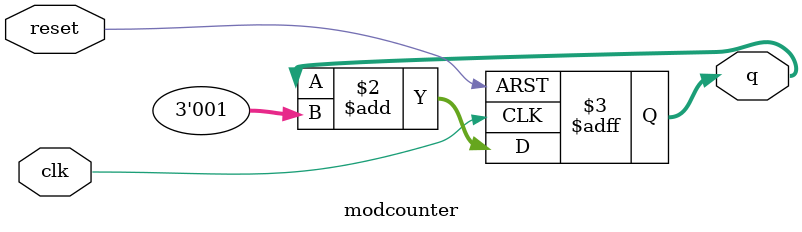
<source format=v>
`timescale 1ns / 1ps


module modcounter(clk, reset, q );

input clk, reset;
output [7:0] q;

reg [7:0] q;

always @(posedge clk, posedge reset)
    if(reset) q<= 3'b0;
    else q<= q + 3'b1;
endmodule

</source>
